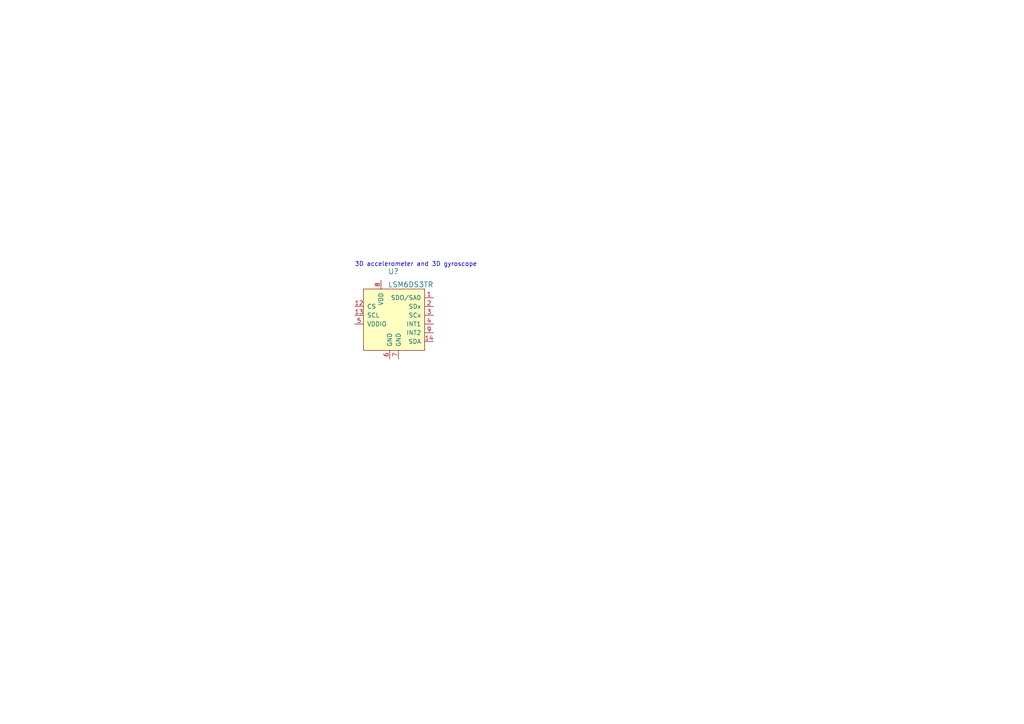
<source format=kicad_sch>
(kicad_sch (version 20211123) (generator eeschema)
  (paper "A4")
  (lib_symbols
    (symbol "dk_Motion-Sensors-IMUs-Inertial-Measurement-Units:LSM6DS3TR" (pin_names (offset 1.016))
      (property "Reference" "U" (at -7.8232 11.0744 0))
      (property "Value" "LSM6DS3TR" (at 2.9972 -8.9662 0))
      (symbol "LSM6DS3TR_0_1"
        (rectangle (start -7.62 10.16) (end 10.16 -7.62) (fill (type background)))
      )
      (symbol "LSM6DS3TR_1_0"
        (pin output line (at 12.7 7.62 180) (length 2.54) (name "SDO/SA0") (number "1"))
        (pin no_connect line (at -7.62 -2.54 0) (length 2.54) hide (name "NC") (number "10"))
        (pin no_connect line (at -7.62 -5.08 0) (length 2.54) hide (name "NC") (number "11"))
        (pin input line (at -10.16 5.08 0) (length 2.54) (name "CS") (number "12"))
        (pin input line (at -10.16 2.54 0) (length 2.54) (name "SCL") (number "13"))
        (pin bidirectional line (at 12.7 -5.08 180) (length 2.54) (name "SDA") (number "14"))
        (pin output line (at 12.7 5.08 180) (length 2.54) (name "SDx") (number "2"))
        (pin output line (at 12.7 2.54 180) (length 2.54) (name "SCx") (number "3"))
        (pin output line (at 12.7 0 180) (length 2.54) (name "INT1") (number "4"))
        (pin bidirectional line (at -10.16 0 0) (length 2.54) (name "VDDIO") (number "5"))
        (pin bidirectional line (at 0 -10.16 90) (length 2.54) (name "GND") (number "6"))
        (pin bidirectional line (at 2.54 -10.16 90) (length 2.54) (name "GND") (number "7"))
        (pin bidirectional line (at -2.54 12.7 270) (length 2.54) (name "VDD") (number "8"))
        (pin output line (at 12.7 -2.54 180) (length 2.54) (name "INT2") (number "9"))
      )
    )
  )
  (text "3D accelerometer and 3D gyroscope" (at 102.87 77.47 0) (effects (font (size 1.27 1.27)) (justify left bottom)))
  (symbol (lib_id "dk_Motion-Sensors-IMUs-Inertial-Measurement-Units:LSM6DS3TR") (at 113.03 93.98 0) (unit 1)
    (property "Reference" "U?" (at 112.5094 78.74 0) (effects (font (size 1.524 1.524)) (justify left)))
    (property "Value" "LSM6DS3TR" (at 112.5094 82.55 0) (effects (font (size 1.524 1.524)) (justify left)))
    (property "Footprint" "digikey-footprints:LGA-14L_2.5x3mm__LSM6DS3" (effects hide))
    (property "Datasheet" "http://www.st.com/content/ccc/resource/technical/document/datasheet/a3/f5/4f/ae/8e/44/41/d7/DM00133076.pdf/files/DM00133076.pdf/jcr:content/translations/en.DM00133076.pdf" (effects hide))
    (property "Digi-Key_PN" "497-15383-1-ND" (effects hide))
    (property "MPN" "LSM6DS3TR" (effects hide))
    (property "Category" "Sensors, Transducers" (effects hide))
    (property "Family" "Motion Sensors - IMUs (Inertial Measurement Units)" (effects hide))
    (property "DK_Datasheet_Link" "http://www.st.com/content/ccc/resource/technical/document/datasheet/a3/f5/4f/ae/8e/44/41/d7/DM00133076.pdf/files/DM00133076.pdf/jcr:content/translations/en.DM00133076.pdf" (effects hide))
    (property "DK_Detail_Page" "/product-detail/en/stmicroelectronics/LSM6DS3TR/497-15383-1-ND/5180534" (effects hide))
    (property "Description" "IMU ACCEL/GYRO I2C/SPI 14VFLGA" (effects hide))
    (property "Manufacturer" "STMicroelectronics" (effects hide))
    (property "Status" "Active" (effects hide))
    (property "JLCPCB P/N" "C967633" (effects hide))
  )
)
</source>
